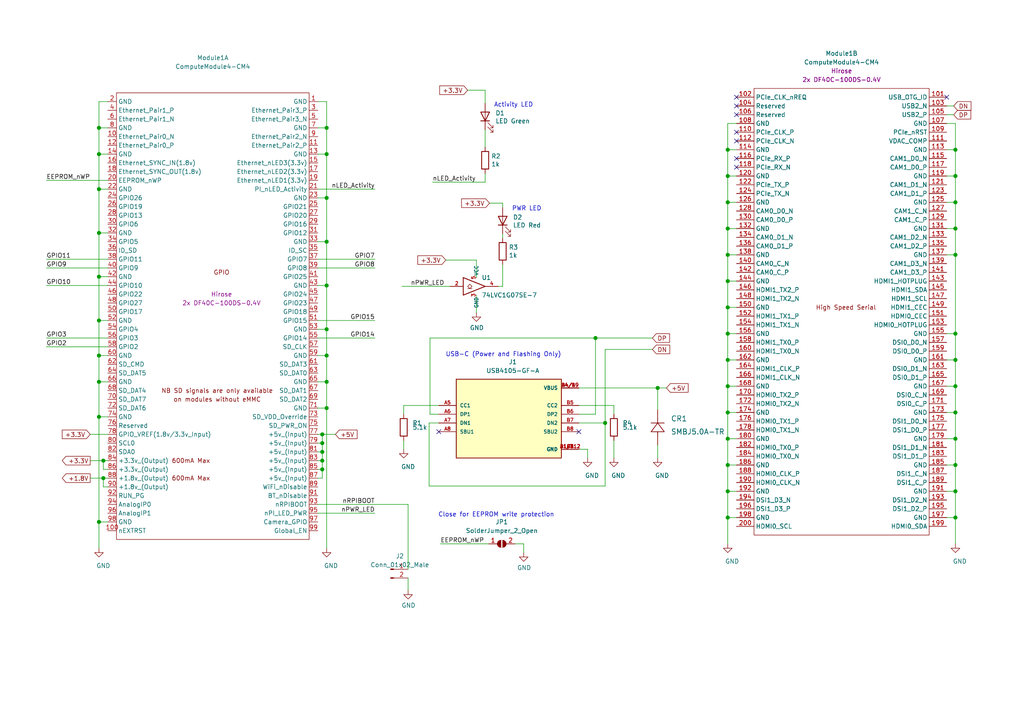
<source format=kicad_sch>
(kicad_sch (version 20210406) (generator eeschema)
  (paper "A4")
  (title_block (title "RPi CM4 Less is More+ (LiM+) Carrier Board") (date "2021-06-01") (rev "v01") (comment 2 "License: CC BY-SA 4.0") (comment 3 "Design: thelasthandyman") (comment 4 "Concept: Alexander Rau"))
  (lib_symbols
    (symbol "2020-11-06_22-01-36:SMBJ5.0A-TR" (pin_numbers hide) (pin_names (offset -1.651) hide)
      (property "Reference" "CR" (at 5.08 4.445 0))
      (property "Value" "SMBJ5.0A-TR" (at 5.08 -7.62 0))
      (symbol "SMBJ5.0A-TR_1_1"
        (polyline (pts (xy 2.54 0) (xy 3.4798 0)) (stroke (width 0.2032)))
        (polyline (pts (xy 3.175 0) (xy 3.81 0)) (stroke (width 0.2032)))
        (polyline (pts (xy 3.81 -1.905) (xy 6.35 0)) (stroke (width 0.2032)))
        (polyline (pts (xy 3.81 1.905) (xy 3.81 -1.905)) (stroke (width 0.2032)))
        (polyline (pts (xy 6.35 -1.905) (xy 6.35 1.905)) (stroke (width 0.2032)))
        (polyline (pts (xy 6.35 0) (xy 3.81 1.905)) (stroke (width 0.2032)))
        (polyline (pts (xy 6.35 0) (xy 7.62 0)) (stroke (width 0.2032)))
        (pin unspecified line (at 10.16 0 180) (length 2.54) (name "1") (number "1"))
        (pin unspecified line (at 0 0 0) (length 2.54) (name "2") (number "2"))
      )
    )
    (symbol "CM4IO:74LVC1G07_copy"
      (property "Reference" "U" (at -2.54 3.81 0))
      (property "Value" "74LVC1G07_copy" (at 0 -3.81 0))
      (symbol "74LVC1G07_copy_0_1"
        (polyline (pts (xy -2.54 -0.635) (xy -1.27 -0.635)))
        (polyline (pts (xy -3.81 2.54) (xy -3.81 -2.54) (xy 2.54 0) (xy -3.81 2.54)) (stroke (width 0.254)))
        (polyline (pts (xy -1.905 0.635) (xy -2.54 0) (xy -1.905 -0.635) (xy -1.27 0) (xy -1.905 0.635)))
      )
      (symbol "74LVC1G07_copy_1_1"
        (pin input line (at -7.62 0 0) (length 3.81) (name "~") (number "2"))
        (pin power_in line (at 0 -2.54 270) (length 0) (name "GND") (number "3"))
        (pin open_collector line (at 6.35 0 180) (length 3.81) (name "~") (number "4"))
        (pin power_in line (at 0 2.54 90) (length 0) (name "VCC") (number "5"))
      )
    )
    (symbol "CM4IO:ComputeModule4-CM4"
      (property "Reference" "Module" (at 113.03 -68.58 0))
      (property "Value" "ComputeModule4-CM4" (at 140.97 2.54 0))
      (property "Manufacturer" "Hirose" (at 0 0 0))
      (property "MPN" "2x DF40C-100DS-0.4V" (at 0 -2.54 0))
      (property "MPN (Alt)" "2x DF40HC(3.0)-100DS-0.4V" (at 0 0 0))
      (symbol "ComputeModule4-CM4_1_0"
        (text "GPIO" (at 0 6.35 0) (effects (font (size 1.27 1.27))))
      )
      (symbol "ComputeModule4-CM4_1_1"
        (text "600mA Max" (at -8.89 -53.34 0) (effects (font (size 1.27 1.27))))
        (text "600mA Max" (at -8.89 -48.26 0) (effects (font (size 1.27 1.27))))
        (text "NB SD signals are only available" (at -1.27 -27.94 0) (effects (font (size 1.27 1.27))))
        (text "on modules without eMMC" (at -1.27 -30.48 0) (effects (font (size 1.27 1.27))))
        (rectangle (start -30.48 -71.12) (end 25.4 58.42))
        (pin power_in line (at 27.94 55.88 180) (length 2.54) (name "GND") (number "1"))
        (pin passive line (at -33.02 45.72 0) (length 2.54) (name "Ethernet_Pair0_N") (number "10"))
        (pin output line (at -33.02 -68.58 0) (length 2.54) (name "nEXTRST") (number "100"))
        (pin passive line (at 27.94 43.18 180) (length 2.54) (name "Ethernet_Pair2_P") (number "11"))
        (pin passive line (at -33.02 43.18 0) (length 2.54) (name "Ethernet_Pair0_P") (number "12"))
        (pin power_in line (at 27.94 40.64 180) (length 2.54) (name "GND") (number "13"))
        (pin power_in line (at -33.02 40.64 0) (length 2.54) (name "GND") (number "14"))
        (pin output line (at 27.94 38.1 180) (length 2.54) (name "Ethernet_nLED3(3.3v)") (number "15"))
        (pin input line (at -33.02 38.1 0) (length 2.54) (name "Ethernet_SYNC_IN(1.8v)") (number "16"))
        (pin output line (at 27.94 35.56 180) (length 2.54) (name "Ethernet_nLED2(3.3v)") (number "17"))
        (pin input line (at -33.02 35.56 0) (length 2.54) (name "Ethernet_SYNC_OUT(1.8v)") (number "18"))
        (pin output line (at 27.94 33.02 180) (length 2.54) (name "Ethernet_nLED1(3.3v)") (number "19"))
        (pin power_in line (at -33.02 55.88 0) (length 2.54) (name "GND") (number "2"))
        (pin passive line (at -33.02 33.02 0) (length 2.54) (name "EEPROM_nWP") (number "20"))
        (pin open_collector line (at 27.94 30.48 180) (length 2.54) (name "PI_nLED_Activity") (number "21"))
        (pin power_in line (at -33.02 30.48 0) (length 2.54) (name "GND") (number "22"))
        (pin power_in line (at 27.94 27.94 180) (length 2.54) (name "GND") (number "23"))
        (pin passive line (at -33.02 27.94 0) (length 2.54) (name "GPIO26") (number "24"))
        (pin passive line (at 27.94 25.4 180) (length 2.54) (name "GPIO21") (number "25"))
        (pin passive line (at -33.02 25.4 0) (length 2.54) (name "GPIO19") (number "26"))
        (pin passive line (at 27.94 22.86 180) (length 2.54) (name "GPIO20") (number "27"))
        (pin passive line (at -33.02 22.86 0) (length 2.54) (name "GPIO13") (number "28"))
        (pin passive line (at 27.94 20.32 180) (length 2.54) (name "GPIO16") (number "29"))
        (pin passive line (at 27.94 53.34 180) (length 2.54) (name "Ethernet_Pair3_P") (number "3"))
        (pin passive line (at -33.02 20.32 0) (length 2.54) (name "GPIO6") (number "30"))
        (pin passive line (at 27.94 17.78 180) (length 2.54) (name "GPIO12") (number "31"))
        (pin power_in line (at -33.02 17.78 0) (length 2.54) (name "GND") (number "32"))
        (pin power_in line (at 27.94 15.24 180) (length 2.54) (name "GND") (number "33"))
        (pin passive line (at -33.02 15.24 0) (length 2.54) (name "GPIO5") (number "34"))
        (pin passive line (at 27.94 12.7 180) (length 2.54) (name "ID_SC") (number "35"))
        (pin passive line (at -33.02 12.7 0) (length 2.54) (name "ID_SD") (number "36"))
        (pin passive line (at 27.94 10.16 180) (length 2.54) (name "GPIO7") (number "37"))
        (pin passive line (at -33.02 10.16 0) (length 2.54) (name "GPIO11") (number "38"))
        (pin passive line (at 27.94 7.62 180) (length 2.54) (name "GPIO8") (number "39"))
        (pin passive line (at -33.02 53.34 0) (length 2.54) (name "Ethernet_Pair1_P") (number "4"))
        (pin passive line (at -33.02 7.62 0) (length 2.54) (name "GPIO9") (number "40"))
        (pin passive line (at 27.94 5.08 180) (length 2.54) (name "GPIO25") (number "41"))
        (pin power_in line (at -33.02 5.08 0) (length 2.54) (name "GND") (number "42"))
        (pin power_in line (at 27.94 2.54 180) (length 2.54) (name "GND") (number "43"))
        (pin passive line (at -33.02 2.54 0) (length 2.54) (name "GPIO10") (number "44"))
        (pin passive line (at 27.94 0 180) (length 2.54) (name "GPIO24") (number "45"))
        (pin passive line (at -33.02 0 0) (length 2.54) (name "GPIO22") (number "46"))
        (pin passive line (at 27.94 -2.54 180) (length 2.54) (name "GPIO23") (number "47"))
        (pin passive line (at -33.02 -2.54 0) (length 2.54) (name "GPIO27") (number "48"))
        (pin passive line (at 27.94 -5.08 180) (length 2.54) (name "GPIO18") (number "49"))
        (pin passive line (at 27.94 50.8 180) (length 2.54) (name "Ethernet_Pair3_N") (number "5"))
        (pin passive line (at -33.02 -5.08 0) (length 2.54) (name "GPIO17") (number "50"))
        (pin passive line (at 27.94 -7.62 180) (length 2.54) (name "GPIO15") (number "51"))
        (pin power_in line (at -33.02 -7.62 0) (length 2.54) (name "GND") (number "52"))
        (pin power_in line (at 27.94 -10.16 180) (length 2.54) (name "GND") (number "53"))
        (pin passive line (at -33.02 -10.16 0) (length 2.54) (name "GPIO4") (number "54"))
        (pin passive line (at 27.94 -12.7 180) (length 2.54) (name "GPIO14") (number "55"))
        (pin passive line (at -33.02 -12.7 0) (length 2.54) (name "GPIO3") (number "56"))
        (pin passive line (at 27.94 -15.24 180) (length 2.54) (name "SD_CLK") (number "57"))
        (pin passive line (at -33.02 -15.24 0) (length 2.54) (name "GPIO2") (number "58"))
        (pin power_in line (at 27.94 -17.78 180) (length 2.54) (name "GND") (number "59"))
        (pin passive line (at -33.02 50.8 0) (length 2.54) (name "Ethernet_Pair1_N") (number "6"))
        (pin power_in line (at -33.02 -17.78 0) (length 2.54) (name "GND") (number "60"))
        (pin passive line (at 27.94 -20.32 180) (length 2.54) (name "SD_DAT3") (number "61"))
        (pin passive line (at -33.02 -20.32 0) (length 2.54) (name "SD_CMD") (number "62"))
        (pin passive line (at 27.94 -22.86 180) (length 2.54) (name "SD_DAT0") (number "63"))
        (pin passive line (at -33.02 -22.86 0) (length 2.54) (name "SD_DAT5") (number "64"))
        (pin power_in line (at 27.94 -25.4 180) (length 2.54) (name "GND") (number "65"))
        (pin power_in line (at -33.02 -25.4 0) (length 2.54) (name "GND") (number "66"))
        (pin passive line (at 27.94 -27.94 180) (length 2.54) (name "SD_DAT1") (number "67"))
        (pin passive line (at -33.02 -27.94 0) (length 2.54) (name "SD_DAT4") (number "68"))
        (pin passive line (at 27.94 -30.48 180) (length 2.54) (name "SD_DAT2") (number "69"))
        (pin power_in line (at 27.94 48.26 180) (length 2.54) (name "GND") (number "7"))
        (pin passive line (at -33.02 -30.48 0) (length 2.54) (name "SD_DAT7") (number "70"))
        (pin power_in line (at 27.94 -33.02 180) (length 2.54) (name "GND") (number "71"))
        (pin passive line (at -33.02 -33.02 0) (length 2.54) (name "SD_DAT6") (number "72"))
        (pin input line (at 27.94 -35.56 180) (length 2.54) (name "SD_VDD_Override") (number "73"))
        (pin power_in line (at -33.02 -35.56 0) (length 2.54) (name "GND") (number "74"))
        (pin output line (at 27.94 -38.1 180) (length 2.54) (name "SD_PWR_ON") (number "75"))
        (pin passive line (at -33.02 -38.1 0) (length 2.54) (name "Reserved") (number "76"))
        (pin power_in line (at 27.94 -40.64 180) (length 2.54) (name "+5v_(Input)") (number "77"))
        (pin power_in line (at -33.02 -40.64 0) (length 2.54) (name "GPIO_VREF(1.8v/3.3v_Input)") (number "78"))
        (pin power_in line (at 27.94 -43.18 180) (length 2.54) (name "+5v_(Input)") (number "79"))
        (pin power_in line (at -33.02 48.26 0) (length 2.54) (name "GND") (number "8"))
        (pin passive line (at -33.02 -43.18 0) (length 2.54) (name "SCL0") (number "80"))
        (pin power_in line (at 27.94 -45.72 180) (length 2.54) (name "+5v_(Input)") (number "81"))
        (pin passive line (at -33.02 -45.72 0) (length 2.54) (name "SDA0") (number "82"))
        (pin power_in line (at 27.94 -48.26 180) (length 2.54) (name "+5v_(Input)") (number "83"))
        (pin power_out line (at -33.02 -48.26 0) (length 2.54) (name "+3.3v_(Output)") (number "84"))
        (pin power_in line (at 27.94 -50.8 180) (length 2.54) (name "+5v_(Input)") (number "85"))
        (pin power_out line (at -33.02 -50.8 0) (length 2.54) (name "+3.3v_(Output)") (number "86"))
        (pin power_in line (at 27.94 -53.34 180) (length 2.54) (name "+5v_(Input)") (number "87"))
        (pin power_out line (at -33.02 -53.34 0) (length 2.54) (name "+1.8v_(Output)") (number "88"))
        (pin power_in line (at 27.94 -55.88 180) (length 2.54) (name "WiFi_nDisable") (number "89"))
        (pin passive line (at 27.94 45.72 180) (length 2.54) (name "Ethernet_Pair2_N") (number "9"))
        (pin power_out line (at -33.02 -55.88 0) (length 2.54) (name "+1.8v_(Output)") (number "90"))
        (pin power_in line (at 27.94 -58.42 180) (length 2.54) (name "BT_nDisable") (number "91"))
        (pin passive line (at -33.02 -58.42 0) (length 2.54) (name "RUN_PG") (number "92"))
        (pin input line (at 27.94 -60.96 180) (length 2.54) (name "nRPIBOOT") (number "93"))
        (pin passive line (at -33.02 -60.96 0) (length 2.54) (name "AnalogIP0") (number "94"))
        (pin output line (at 27.94 -63.5 180) (length 2.54) (name "nPI_LED_PWR") (number "95"))
        (pin passive line (at -33.02 -63.5 0) (length 2.54) (name "AnalogIP1") (number "96"))
        (pin passive line (at 27.94 -66.04 180) (length 2.54) (name "Camera_GPIO") (number "97"))
        (pin power_in line (at -33.02 -66.04 0) (length 2.54) (name "GND") (number "98"))
        (pin input line (at 27.94 -68.58 180) (length 2.54) (name "Global_EN") (number "99"))
      )
      (symbol "ComputeModule4-CM4_2_1"
        (text "High Speed Serial" (at 140.97 0 0) (effects (font (size 1.27 1.27))))
        (rectangle (start 114.3 -66.04) (end 165.1 63.5))
        (pin input line (at 170.18 60.96 180) (length 5.08) (name "USB_OTG_ID") (number "101"))
        (pin input line (at 109.22 60.96 0) (length 5.08) (name "PCIe_CLK_nREQ") (number "102"))
        (pin passive line (at 170.18 58.42 180) (length 5.08) (name "USB2_N") (number "103"))
        (pin passive line (at 109.22 58.42 0) (length 5.08) (name "Reserved") (number "104"))
        (pin passive line (at 170.18 55.88 180) (length 5.08) (name "USB2_P") (number "105"))
        (pin passive line (at 109.22 55.88 0) (length 5.08) (name "Reserved") (number "106"))
        (pin power_in line (at 170.18 53.34 180) (length 5.08) (name "GND") (number "107"))
        (pin power_in line (at 109.22 53.34 0) (length 5.08) (name "GND") (number "108"))
        (pin bidirectional line (at 170.18 50.8 180) (length 5.08) (name "PCIe_nRST") (number "109"))
        (pin output line (at 109.22 50.8 0) (length 5.08) (name "PCIe_CLK_P") (number "110"))
        (pin passive line (at 170.18 48.26 180) (length 5.08) (name "VDAC_COMP") (number "111"))
        (pin output line (at 109.22 48.26 0) (length 5.08) (name "PCIe_CLK_N") (number "112"))
        (pin power_in line (at 170.18 45.72 180) (length 5.08) (name "GND") (number "113"))
        (pin power_in line (at 109.22 45.72 0) (length 5.08) (name "GND") (number "114"))
        (pin input line (at 170.18 43.18 180) (length 5.08) (name "CAM1_D0_N") (number "115"))
        (pin input line (at 109.22 43.18 0) (length 5.08) (name "PCIe_RX_P") (number "116"))
        (pin input line (at 170.18 40.64 180) (length 5.08) (name "CAM1_D0_P") (number "117"))
        (pin input line (at 109.22 40.64 0) (length 5.08) (name "PCIe_RX_N") (number "118"))
        (pin power_in line (at 170.18 38.1 180) (length 5.08) (name "GND") (number "119"))
        (pin power_in line (at 109.22 38.1 0) (length 5.08) (name "GND") (number "120"))
        (pin input line (at 170.18 35.56 180) (length 5.08) (name "CAM1_D1_N") (number "121"))
        (pin output line (at 109.22 35.56 0) (length 5.08) (name "PCIe_TX_P") (number "122"))
        (pin input line (at 170.18 33.02 180) (length 5.08) (name "CAM1_D1_P") (number "123"))
        (pin output line (at 109.22 33.02 0) (length 5.08) (name "PCIe_TX_N") (number "124"))
        (pin power_in line (at 170.18 30.48 180) (length 5.08) (name "GND") (number "125"))
        (pin power_in line (at 109.22 30.48 0) (length 5.08) (name "GND") (number "126"))
        (pin input line (at 170.18 27.94 180) (length 5.08) (name "CAM1_C_N") (number "127"))
        (pin input line (at 109.22 27.94 0) (length 5.08) (name "CAM0_D0_N") (number "128"))
        (pin input line (at 170.18 25.4 180) (length 5.08) (name "CAM1_C_P") (number "129"))
        (pin input line (at 109.22 25.4 0) (length 5.08) (name "CAM0_D0_P") (number "130"))
        (pin power_in line (at 170.18 22.86 180) (length 5.08) (name "GND") (number "131"))
        (pin power_in line (at 109.22 22.86 0) (length 5.08) (name "GND") (number "132"))
        (pin input line (at 170.18 20.32 180) (length 5.08) (name "CAM1_D2_N") (number "133"))
        (pin input line (at 109.22 20.32 0) (length 5.08) (name "CAM0_D1_N") (number "134"))
        (pin input line (at 170.18 17.78 180) (length 5.08) (name "CAM1_D2_P") (number "135"))
        (pin input line (at 109.22 17.78 0) (length 5.08) (name "CAM0_D1_P") (number "136"))
        (pin power_in line (at 170.18 15.24 180) (length 5.08) (name "GND") (number "137"))
        (pin power_in line (at 109.22 15.24 0) (length 5.08) (name "GND") (number "138"))
        (pin input line (at 170.18 12.7 180) (length 5.08) (name "CAM1_D3_N") (number "139"))
        (pin input line (at 109.22 12.7 0) (length 5.08) (name "CAM0_C_N") (number "140"))
        (pin input line (at 170.18 10.16 180) (length 5.08) (name "CAM1_D3_P") (number "141"))
        (pin input line (at 109.22 10.16 0) (length 5.08) (name "CAM0_C_P") (number "142"))
        (pin input line (at 170.18 7.62 180) (length 5.08) (name "HDMI1_HOTPLUG") (number "143"))
        (pin power_in line (at 109.22 7.62 0) (length 5.08) (name "GND") (number "144"))
        (pin bidirectional line (at 170.18 5.08 180) (length 5.08) (name "HDMI1_SDA") (number "145"))
        (pin output line (at 109.22 5.08 0) (length 5.08) (name "HDMI1_TX2_P") (number "146"))
        (pin open_collector line (at 170.18 2.54 180) (length 5.08) (name "HDMI1_SCL") (number "147"))
        (pin output line (at 109.22 2.54 0) (length 5.08) (name "HDMI1_TX2_N") (number "148"))
        (pin open_collector line (at 170.18 0 180) (length 5.08) (name "HDMI1_CEC") (number "149"))
        (pin power_in line (at 109.22 0 0) (length 5.08) (name "GND") (number "150"))
        (pin open_collector line (at 170.18 -2.54 180) (length 5.08) (name "HDMI0_CEC") (number "151"))
        (pin output line (at 109.22 -2.54 0) (length 5.08) (name "HDMI1_TX1_P") (number "152"))
        (pin input line (at 170.18 -5.08 180) (length 5.08) (name "HDMI0_HOTPLUG") (number "153"))
        (pin output line (at 109.22 -5.08 0) (length 5.08) (name "HDMI1_TX1_N") (number "154"))
        (pin power_in line (at 170.18 -7.62 180) (length 5.08) (name "GND") (number "155"))
        (pin power_in line (at 109.22 -7.62 0) (length 5.08) (name "GND") (number "156"))
        (pin output line (at 170.18 -10.16 180) (length 5.08) (name "DSI0_D0_N") (number "157"))
        (pin output line (at 109.22 -10.16 0) (length 5.08) (name "HDMI1_TX0_P") (number "158"))
        (pin output line (at 170.18 -12.7 180) (length 5.08) (name "DSI0_D0_P") (number "159"))
        (pin output line (at 109.22 -12.7 0) (length 5.08) (name "HDMI1_TX0_N") (number "160"))
        (pin power_in line (at 170.18 -15.24 180) (length 5.08) (name "GND") (number "161"))
        (pin power_in line (at 109.22 -15.24 0) (length 5.08) (name "GND") (number "162"))
        (pin output line (at 170.18 -17.78 180) (length 5.08) (name "DSI0_D1_N") (number "163"))
        (pin output line (at 109.22 -17.78 0) (length 5.08) (name "HDMI1_CLK_P") (number "164"))
        (pin output line (at 170.18 -20.32 180) (length 5.08) (name "DSI0_D1_P") (number "165"))
        (pin output line (at 109.22 -20.32 0) (length 5.08) (name "HDMI1_CLK_N") (number "166"))
        (pin power_in line (at 170.18 -22.86 180) (length 5.08) (name "GND") (number "167"))
        (pin power_in line (at 109.22 -22.86 0) (length 5.08) (name "GND") (number "168"))
        (pin output line (at 170.18 -25.4 180) (length 5.08) (name "DSI0_C_N") (number "169"))
        (pin output line (at 109.22 -25.4 0) (length 5.08) (name "HDMI0_TX2_P") (number "170"))
        (pin output line (at 170.18 -27.94 180) (length 5.08) (name "DSI0_C_P") (number "171"))
        (pin output line (at 109.22 -27.94 0) (length 5.08) (name "HDMI0_TX2_N") (number "172"))
        (pin power_in line (at 170.18 -30.48 180) (length 5.08) (name "GND") (number "173"))
        (pin power_in line (at 109.22 -30.48 0) (length 5.08) (name "GND") (number "174"))
        (pin output line (at 170.18 -33.02 180) (length 5.08) (name "DSI1_D0_N") (number "175"))
        (pin output line (at 109.22 -33.02 0) (length 5.08) (name "HDMI0_TX1_P") (number "176"))
        (pin output line (at 170.18 -35.56 180) (length 5.08) (name "DSI1_D0_P") (number "177"))
        (pin output line (at 109.22 -35.56 0) (length 5.08) (name "HDMI0_TX1_N") (number "178"))
        (pin power_in line (at 170.18 -38.1 180) (length 5.08) (name "GND") (number "179"))
        (pin power_in line (at 109.22 -38.1 0) (length 5.08) (name "GND") (number "180"))
        (pin output line (at 170.18 -40.64 180) (length 5.08) (name "DSI1_D1_N") (number "181"))
        (pin output line (at 109.22 -40.64 0) (length 5.08) (name "HDMI0_TX0_P") (number "182"))
        (pin output line (at 170.18 -43.18 180) (length 5.08) (name "DSI1_D1_P") (number "183"))
        (pin output line (at 109.22 -43.18 0) (length 5.08) (name "HDMI0_TX0_N") (number "184"))
        (pin power_in line (at 170.18 -45.72 180) (length 5.08) (name "GND") (number "185"))
        (pin power_in line (at 109.22 -45.72 0) (length 5.08) (name "GND") (number "186"))
        (pin output line (at 170.18 -48.26 180) (length 5.08) (name "DSI1_C_N") (number "187"))
        (pin output line (at 109.22 -48.26 0) (length 5.08) (name "HDMI0_CLK_P") (number "188"))
        (pin output line (at 170.18 -50.8 180) (length 5.08) (name "DSI1_C_P") (number "189"))
        (pin output line (at 109.22 -50.8 0) (length 5.08) (name "HDMI0_CLK_N") (number "190"))
        (pin power_in line (at 170.18 -53.34 180) (length 5.08) (name "GND") (number "191"))
        (pin power_in line (at 109.22 -53.34 0) (length 5.08) (name "GND") (number "192"))
        (pin output line (at 170.18 -55.88 180) (length 5.08) (name "DSI1_D2_N") (number "193"))
        (pin output line (at 109.22 -55.88 0) (length 5.08) (name "DSI1_D3_N") (number "194"))
        (pin output line (at 170.18 -58.42 180) (length 5.08) (name "DSI1_D2_P") (number "195"))
        (pin output line (at 109.22 -58.42 0) (length 5.08) (name "DSI1_D3_P") (number "196"))
        (pin power_in line (at 170.18 -60.96 180) (length 5.08) (name "GND") (number "197"))
        (pin power_in line (at 109.22 -60.96 0) (length 5.08) (name "GND") (number "198"))
        (pin bidirectional line (at 170.18 -63.5 180) (length 5.08) (name "HDMI0_SDA") (number "199"))
        (pin open_collector line (at 109.22 -63.5 0) (length 5.08) (name "HDMI0_SCL") (number "200"))
      )
    )
    (symbol "Connector:Conn_01x02_Male" (pin_names (offset 1.016) hide)
      (property "Reference" "J" (at 0 2.54 0))
      (property "Value" "Conn_01x02_Male" (at 0 -5.08 0))
      (symbol "Conn_01x02_Male_1_1"
        (rectangle (start 0.8636 -2.413) (end 0 -2.667) (stroke (width 0.1524)) (fill (type outline)))
        (rectangle (start 0.8636 0.127) (end 0 -0.127) (stroke (width 0.1524)) (fill (type outline)))
        (polyline (pts (xy 1.27 -2.54) (xy 0.8636 -2.54)) (stroke (width 0.1524)))
        (polyline (pts (xy 1.27 0) (xy 0.8636 0)) (stroke (width 0.1524)))
        (pin passive line (at 5.08 0 180) (length 3.81) (name "Pin_1") (number "1"))
        (pin passive line (at 5.08 -2.54 180) (length 3.81) (name "Pin_2") (number "2"))
      )
    )
    (symbol "Device:LED" (pin_numbers hide) (pin_names (offset 1.016) hide)
      (property "Reference" "D" (at 0 2.54 0))
      (property "Value" "LED" (at 0 -2.54 0))
      (symbol "LED_0_1"
        (polyline (pts (xy -1.27 -1.27) (xy -1.27 1.27)) (stroke (width 0.254)))
        (polyline (pts (xy -1.27 0) (xy 1.27 0)))
        (polyline (pts (xy 1.27 -1.27) (xy 1.27 1.27) (xy -1.27 0) (xy 1.27 -1.27)) (stroke (width 0.254)))
        (polyline (pts (xy -3.048 -0.762) (xy -4.572 -2.286) (xy -3.81 -2.286) (xy -4.572 -2.286) (xy -4.572 -1.524)))
        (polyline (pts (xy -1.778 -0.762) (xy -3.302 -2.286) (xy -2.54 -2.286) (xy -3.302 -2.286) (xy -3.302 -1.524)))
      )
      (symbol "LED_1_1"
        (pin passive line (at -3.81 0 0) (length 2.54) (name "K") (number "1"))
        (pin passive line (at 3.81 0 180) (length 2.54) (name "A") (number "2"))
      )
    )
    (symbol "Device:R" (pin_numbers hide) (pin_names (offset 0))
      (property "Reference" "R" (at 2.032 0 90))
      (property "Value" "R" (at 0 0 90))
      (symbol "R_0_1"
        (rectangle (start -1.016 -2.54) (end 1.016 2.54) (stroke (width 0.254)))
      )
      (symbol "R_1_1"
        (pin passive line (at 0 3.81 270) (length 1.27) (name "~") (number "1"))
        (pin passive line (at 0 -3.81 90) (length 1.27) (name "~") (number "2"))
      )
    )
    (symbol "Jumper:SolderJumper_2_Open" (pin_names (offset 0) hide)
      (property "Reference" "JP" (at 0 2.032 0))
      (property "Value" "SolderJumper_2_Open" (at 0 -2.54 0))
      (symbol "SolderJumper_2_Open_0_1"
        (arc (start -0.254 1.016) (end -0.254 -1.016) (radius (at -0.254 0) (length 1.016) (angles 90.1 -90.1)))
        (arc (start 0.254 -1.016) (end 0.254 1.016) (radius (at 0.254 0) (length 1.016) (angles -89.9 89.9)))
        (arc (start -0.254 1.016) (end -0.254 -1.016) (radius (at -0.254 0) (length 1.016) (angles 90.1 -90.1)) (fill (type outline)))
        (arc (start 0.254 -1.016) (end 0.254 1.016) (radius (at 0.254 0) (length 1.016) (angles -89.9 89.9)) (fill (type outline)))
        (polyline (pts (xy -0.254 1.016) (xy -0.254 -1.016)))
        (polyline (pts (xy 0.254 1.016) (xy 0.254 -1.016)))
      )
      (symbol "SolderJumper_2_Open_1_1"
        (pin passive line (at -3.81 0 0) (length 2.54) (name "A") (number "1"))
        (pin passive line (at 3.81 0 180) (length 2.54) (name "B") (number "2"))
      )
    )
    (symbol "USB4105-GF-A:USB4105-GF-A" (pin_names (offset 1.016))
      (property "Reference" "J" (at -15.24 13.97 0))
      (property "Value" "USB4105-GF-A" (at -15.24 -12.7 0))
      (symbol "USB4105-GF-A_0_0"
        (rectangle (start -15.24 -10.16) (end 15.24 12.7) (stroke (width 0.254)) (fill (type background)))
        (pin power_in line (at 20.32 -7.62 180) (length 5.08) (name "GND") (number "A1/B12"))
        (pin power_in line (at 20.32 10.16 180) (length 5.08) (name "VBUS") (number "A4/B9"))
        (pin bidirectional line (at -20.32 5.08 0) (length 5.08) (name "CC1") (number "A5"))
        (pin bidirectional line (at -20.32 2.54 0) (length 5.08) (name "DP1") (number "A6"))
        (pin bidirectional line (at -20.32 0 0) (length 5.08) (name "DN1") (number "A7"))
        (pin bidirectional line (at -20.32 -2.54 0) (length 5.08) (name "SBU1") (number "A8"))
        (pin power_in line (at 20.32 -7.62 180) (length 5.08) (name "GND") (number "B1/A12"))
        (pin power_in line (at 20.32 10.16 180) (length 5.08) (name "VBUS") (number "B4/A9"))
        (pin bidirectional line (at 20.32 5.08 180) (length 5.08) (name "CC2") (number "B5"))
        (pin bidirectional line (at 20.32 2.54 180) (length 5.08) (name "DP2") (number "B6"))
        (pin bidirectional line (at 20.32 0 180) (length 5.08) (name "DN2") (number "B7"))
        (pin bidirectional line (at 20.32 -2.54 180) (length 5.08) (name "SBU2") (number "B8"))
        (pin power_in line (at 20.32 -7.62 180) (length 5.08) (name "GND") (number "G1"))
        (pin power_in line (at 20.32 -7.62 180) (length 5.08) (name "GND") (number "G2"))
        (pin power_in line (at 20.32 -7.62 180) (length 5.08) (name "GND") (number "G3"))
        (pin power_in line (at 20.32 -7.62 180) (length 5.08) (name "GND") (number "G4"))
      )
    )
    (symbol "power:GND" (power) (pin_names (offset 0))
      (property "Value" "GND" (at 0 -3.81 0))
      (symbol "GND_0_1"
        (polyline (pts (xy 0 0) (xy 0 -1.27) (xy 1.27 -1.27) (xy 0 -2.54) (xy -1.27 -1.27) (xy 0 -1.27)))
      )
      (symbol "GND_1_1"
        (pin power_in line (at 0 0 270) (length 0) hide (name "GND") (number "1"))
      )
    )
  )
  (junction (at 28.702 37.084) (diameter 1.016))
  (junction (at 28.702 44.704) (diameter 1.016))
  (junction (at 28.702 54.864) (diameter 1.016))
  (junction (at 28.702 67.564) (diameter 1.016))
  (junction (at 28.702 80.264) (diameter 1.016))
  (junction (at 28.702 92.964) (diameter 1.016))
  (junction (at 28.702 103.124) (diameter 1.016))
  (junction (at 28.702 110.744) (diameter 1.016))
  (junction (at 28.702 120.904) (diameter 1.016))
  (junction (at 28.702 151.384) (diameter 1.016))
  (junction (at 29.972 133.604) (diameter 1.016))
  (junction (at 29.972 138.684) (diameter 1.016))
  (junction (at 93.472 125.984) (diameter 1.016))
  (junction (at 93.472 128.524) (diameter 1.016))
  (junction (at 93.472 131.064) (diameter 1.016))
  (junction (at 93.472 133.604) (diameter 1.016))
  (junction (at 93.472 136.144) (diameter 1.016))
  (junction (at 94.742 37.084) (diameter 1.016))
  (junction (at 94.742 44.704) (diameter 1.016))
  (junction (at 94.742 57.404) (diameter 1.016))
  (junction (at 94.742 70.104) (diameter 1.016))
  (junction (at 94.742 82.804) (diameter 1.016))
  (junction (at 94.742 95.504) (diameter 1.016))
  (junction (at 94.742 103.124) (diameter 1.016))
  (junction (at 94.742 110.744) (diameter 1.016))
  (junction (at 94.742 118.364) (diameter 1.016))
  (junction (at 172.72 98.044) (diameter 1.016))
  (junction (at 175.514 122.682) (diameter 1.016))
  (junction (at 190.754 112.522) (diameter 1.016))
  (junction (at 211.074 43.434) (diameter 1.016))
  (junction (at 211.074 51.054) (diameter 1.016))
  (junction (at 211.074 58.674) (diameter 1.016))
  (junction (at 211.074 66.294) (diameter 1.016))
  (junction (at 211.074 73.914) (diameter 1.016))
  (junction (at 211.074 81.534) (diameter 1.016))
  (junction (at 211.074 89.154) (diameter 1.016))
  (junction (at 211.074 96.774) (diameter 1.016))
  (junction (at 211.074 104.394) (diameter 1.016))
  (junction (at 211.074 112.014) (diameter 1.016))
  (junction (at 211.074 119.634) (diameter 1.016))
  (junction (at 211.074 127.254) (diameter 1.016))
  (junction (at 211.074 134.874) (diameter 1.016))
  (junction (at 211.074 142.494) (diameter 1.016))
  (junction (at 211.074 150.114) (diameter 1.016))
  (junction (at 277.114 43.434) (diameter 1.016))
  (junction (at 277.114 51.054) (diameter 1.016))
  (junction (at 277.114 58.674) (diameter 1.016))
  (junction (at 277.114 66.294) (diameter 1.016))
  (junction (at 277.114 73.914) (diameter 1.016))
  (junction (at 277.114 96.774) (diameter 1.016))
  (junction (at 277.114 104.394) (diameter 1.016))
  (junction (at 277.114 112.014) (diameter 1.016))
  (junction (at 277.114 119.634) (diameter 1.016))
  (junction (at 277.114 127.254) (diameter 1.016))
  (junction (at 277.114 134.874) (diameter 1.016))
  (junction (at 277.114 142.494) (diameter 1.016))
  (junction (at 277.114 150.114) (diameter 1.016))
  (no_connect (at 127.254 125.222))
  (no_connect (at 167.894 125.222))
  (no_connect (at 213.614 28.194))
  (no_connect (at 213.614 30.734))
  (no_connect (at 213.614 33.274))
  (no_connect (at 213.614 38.354))
  (no_connect (at 213.614 40.894))
  (no_connect (at 213.614 45.974))
  (no_connect (at 213.614 48.514))
  (no_connect (at 274.574 28.194))
  (wire (pts (xy 13.462 52.324) (xy 31.242 52.324)))
  (wire (pts (xy 13.462 75.184) (xy 31.242 75.184)))
  (wire (pts (xy 13.462 77.724) (xy 31.242 77.724)))
  (wire (pts (xy 13.462 82.804) (xy 31.242 82.804)))
  (wire (pts (xy 13.462 98.044) (xy 31.242 98.044)))
  (wire (pts (xy 13.462 100.584) (xy 31.242 100.584)))
  (wire (pts (xy 26.162 125.984) (xy 31.242 125.984)))
  (wire (pts (xy 26.162 133.604) (xy 29.972 133.604)))
  (wire (pts (xy 26.162 138.684) (xy 29.972 138.684)))
  (wire (pts (xy 28.702 29.464) (xy 28.702 37.084)))
  (wire (pts (xy 28.702 37.084) (xy 28.702 44.704)))
  (wire (pts (xy 28.702 37.084) (xy 31.242 37.084)))
  (wire (pts (xy 28.702 44.704) (xy 28.702 54.864)))
  (wire (pts (xy 28.702 44.704) (xy 31.242 44.704)))
  (wire (pts (xy 28.702 54.864) (xy 28.702 67.564)))
  (wire (pts (xy 28.702 54.864) (xy 31.242 54.864)))
  (wire (pts (xy 28.702 67.564) (xy 28.702 80.264)))
  (wire (pts (xy 28.702 67.564) (xy 31.242 67.564)))
  (wire (pts (xy 28.702 80.264) (xy 28.702 92.964)))
  (wire (pts (xy 28.702 80.264) (xy 31.242 80.264)))
  (wire (pts (xy 28.702 92.964) (xy 28.702 103.124)))
  (wire (pts (xy 28.702 92.964) (xy 31.242 92.964)))
  (wire (pts (xy 28.702 103.124) (xy 28.702 110.744)))
  (wire (pts (xy 28.702 103.124) (xy 31.242 103.124)))
  (wire (pts (xy 28.702 110.744) (xy 28.702 120.904)))
  (wire (pts (xy 28.702 110.744) (xy 31.242 110.744)))
  (wire (pts (xy 28.702 120.904) (xy 28.702 151.384)))
  (wire (pts (xy 28.702 120.904) (xy 31.242 120.904)))
  (wire (pts (xy 28.702 151.384) (xy 28.702 159.004)))
  (wire (pts (xy 28.702 151.384) (xy 31.242 151.384)))
  (wire (pts (xy 29.972 133.604) (xy 31.242 133.604)))
  (wire (pts (xy 29.972 136.144) (xy 29.972 133.604)))
  (wire (pts (xy 29.972 138.684) (xy 31.242 138.684)))
  (wire (pts (xy 29.972 141.224) (xy 29.972 138.684)))
  (wire (pts (xy 31.242 29.464) (xy 28.702 29.464)))
  (wire (pts (xy 31.242 136.144) (xy 29.972 136.144)))
  (wire (pts (xy 31.242 141.224) (xy 29.972 141.224)))
  (wire (pts (xy 92.202 29.464) (xy 94.742 29.464)))
  (wire (pts (xy 92.202 37.084) (xy 94.742 37.084)))
  (wire (pts (xy 92.202 44.704) (xy 94.742 44.704)))
  (wire (pts (xy 92.202 54.864) (xy 108.712 54.864)))
  (wire (pts (xy 92.202 57.404) (xy 94.742 57.404)))
  (wire (pts (xy 92.202 70.104) (xy 94.742 70.104)))
  (wire (pts (xy 92.202 75.184) (xy 108.712 75.184)))
  (wire (pts (xy 92.202 77.724) (xy 108.712 77.724)))
  (wire (pts (xy 92.202 82.804) (xy 94.742 82.804)))
  (wire (pts (xy 92.202 92.964) (xy 108.712 92.964)))
  (wire (pts (xy 92.202 95.504) (xy 94.742 95.504)))
  (wire (pts (xy 92.202 98.044) (xy 108.712 98.044)))
  (wire (pts (xy 92.202 103.124) (xy 94.742 103.124)))
  (wire (pts (xy 92.202 110.744) (xy 94.742 110.744)))
  (wire (pts (xy 92.202 118.364) (xy 94.742 118.364)))
  (wire (pts (xy 92.202 125.984) (xy 93.472 125.984)))
  (wire (pts (xy 92.202 128.524) (xy 93.472 128.524)))
  (wire (pts (xy 92.202 131.064) (xy 93.472 131.064)))
  (wire (pts (xy 92.202 133.604) (xy 93.472 133.604)))
  (wire (pts (xy 92.202 136.144) (xy 93.472 136.144)))
  (wire (pts (xy 92.202 138.684) (xy 93.472 138.684)))
  (wire (pts (xy 92.202 146.304) (xy 118.364 146.304)))
  (wire (pts (xy 92.202 148.844) (xy 108.712 148.844)))
  (wire (pts (xy 93.472 125.984) (xy 97.282 125.984)))
  (wire (pts (xy 93.472 128.524) (xy 93.472 125.984)))
  (wire (pts (xy 93.472 131.064) (xy 93.472 128.524)))
  (wire (pts (xy 93.472 133.604) (xy 93.472 131.064)))
  (wire (pts (xy 93.472 136.144) (xy 93.472 133.604)))
  (wire (pts (xy 93.472 138.684) (xy 93.472 136.144)))
  (wire (pts (xy 94.742 29.464) (xy 94.742 37.084)))
  (wire (pts (xy 94.742 37.084) (xy 94.742 44.704)))
  (wire (pts (xy 94.742 44.704) (xy 94.742 57.404)))
  (wire (pts (xy 94.742 57.404) (xy 94.742 70.104)))
  (wire (pts (xy 94.742 70.104) (xy 94.742 82.804)))
  (wire (pts (xy 94.742 82.804) (xy 94.742 95.504)))
  (wire (pts (xy 94.742 95.504) (xy 94.742 103.124)))
  (wire (pts (xy 94.742 103.124) (xy 94.742 110.744)))
  (wire (pts (xy 94.742 110.744) (xy 94.742 118.364)))
  (wire (pts (xy 94.742 118.364) (xy 94.742 159.004)))
  (wire (pts (xy 116.586 83.058) (xy 130.556 83.058)))
  (wire (pts (xy 117.094 117.602) (xy 117.094 120.142)))
  (wire (pts (xy 117.094 127.762) (xy 117.094 130.302)))
  (wire (pts (xy 118.364 165.1) (xy 118.364 146.304)))
  (wire (pts (xy 118.364 167.64) (xy 118.364 171.196)))
  (wire (pts (xy 124.46 122.682) (xy 127.254 122.682)))
  (wire (pts (xy 124.46 140.97) (xy 124.46 122.682)))
  (wire (pts (xy 124.714 98.044) (xy 172.72 98.044)))
  (wire (pts (xy 124.714 120.142) (xy 124.714 98.044)))
  (wire (pts (xy 125.476 52.832) (xy 140.716 52.832)))
  (wire (pts (xy 127.254 117.602) (xy 117.094 117.602)))
  (wire (pts (xy 127.254 120.142) (xy 124.714 120.142)))
  (wire (pts (xy 127.762 157.734) (xy 141.732 157.734)))
  (wire (pts (xy 135.636 26.162) (xy 140.716 26.162)))
  (wire (pts (xy 138.176 75.438) (xy 129.286 75.438)))
  (wire (pts (xy 138.176 80.518) (xy 138.176 75.438)))
  (wire (pts (xy 138.176 85.598) (xy 138.176 90.678)))
  (wire (pts (xy 140.716 29.972) (xy 140.716 26.162)))
  (wire (pts (xy 140.716 37.592) (xy 140.716 42.672)))
  (wire (pts (xy 140.716 52.832) (xy 140.716 50.292)))
  (wire (pts (xy 145.796 58.928) (xy 141.986 58.928)))
  (wire (pts (xy 145.796 60.198) (xy 145.796 58.928)))
  (wire (pts (xy 145.796 67.818) (xy 145.796 69.088)))
  (wire (pts (xy 145.796 76.708) (xy 145.796 83.058)))
  (wire (pts (xy 145.796 83.058) (xy 144.526 83.058)))
  (wire (pts (xy 149.352 157.734) (xy 151.892 157.734)))
  (wire (pts (xy 151.892 157.734) (xy 151.892 160.274)))
  (wire (pts (xy 167.894 112.522) (xy 190.754 112.522)))
  (wire (pts (xy 167.894 117.602) (xy 178.054 117.602)))
  (wire (pts (xy 167.894 122.682) (xy 175.514 122.682)))
  (wire (pts (xy 167.894 130.302) (xy 170.434 130.302)))
  (wire (pts (xy 170.434 130.302) (xy 170.434 132.842)))
  (wire (pts (xy 172.72 98.044) (xy 172.72 120.142)))
  (wire (pts (xy 172.72 98.044) (xy 189.23 98.044)))
  (wire (pts (xy 172.72 120.142) (xy 167.894 120.142)))
  (wire (pts (xy 175.514 101.346) (xy 189.23 101.346)))
  (wire (pts (xy 175.514 122.682) (xy 175.514 101.346)))
  (wire (pts (xy 175.514 122.682) (xy 175.514 140.97)))
  (wire (pts (xy 175.514 140.97) (xy 124.46 140.97)))
  (wire (pts (xy 178.054 117.602) (xy 178.054 120.142)))
  (wire (pts (xy 178.054 127.762) (xy 178.054 132.842)))
  (wire (pts (xy 190.754 112.522) (xy 190.754 118.872)))
  (wire (pts (xy 190.754 112.522) (xy 193.294 112.522)))
  (wire (pts (xy 190.754 129.032) (xy 190.754 132.842)))
  (wire (pts (xy 211.074 35.814) (xy 211.074 43.434)))
  (wire (pts (xy 211.074 35.814) (xy 213.614 35.814)))
  (wire (pts (xy 211.074 43.434) (xy 211.074 51.054)))
  (wire (pts (xy 211.074 43.434) (xy 213.614 43.434)))
  (wire (pts (xy 211.074 51.054) (xy 211.074 58.674)))
  (wire (pts (xy 211.074 51.054) (xy 213.614 51.054)))
  (wire (pts (xy 211.074 58.674) (xy 211.074 66.294)))
  (wire (pts (xy 211.074 58.674) (xy 213.614 58.674)))
  (wire (pts (xy 211.074 66.294) (xy 211.074 73.914)))
  (wire (pts (xy 211.074 66.294) (xy 213.614 66.294)))
  (wire (pts (xy 211.074 73.914) (xy 211.074 81.534)))
  (wire (pts (xy 211.074 73.914) (xy 213.614 73.914)))
  (wire (pts (xy 211.074 81.534) (xy 211.074 89.154)))
  (wire (pts (xy 211.074 81.534) (xy 213.614 81.534)))
  (wire (pts (xy 211.074 89.154) (xy 211.074 96.774)))
  (wire (pts (xy 211.074 89.154) (xy 213.614 89.154)))
  (wire (pts (xy 211.074 96.774) (xy 211.074 104.394)))
  (wire (pts (xy 211.074 96.774) (xy 213.614 96.774)))
  (wire (pts (xy 211.074 104.394) (xy 211.074 112.014)))
  (wire (pts (xy 211.074 104.394) (xy 213.614 104.394)))
  (wire (pts (xy 211.074 112.014) (xy 211.074 119.634)))
  (wire (pts (xy 211.074 112.014) (xy 213.614 112.014)))
  (wire (pts (xy 211.074 119.634) (xy 211.074 127.254)))
  (wire (pts (xy 211.074 119.634) (xy 213.614 119.634)))
  (wire (pts (xy 211.074 127.254) (xy 211.074 134.874)))
  (wire (pts (xy 211.074 127.254) (xy 213.614 127.254)))
  (wire (pts (xy 211.074 134.874) (xy 211.074 142.494)))
  (wire (pts (xy 211.074 134.874) (xy 213.614 134.874)))
  (wire (pts (xy 211.074 142.494) (xy 211.074 150.114)))
  (wire (pts (xy 211.074 142.494) (xy 213.614 142.494)))
  (wire (pts (xy 211.074 150.114) (xy 211.074 157.734)))
  (wire (pts (xy 211.074 150.114) (xy 213.614 150.114)))
  (wire (pts (xy 274.574 30.734) (xy 276.606 30.734)))
  (wire (pts (xy 274.574 33.274) (xy 276.606 33.274)))
  (wire (pts (xy 274.574 35.814) (xy 277.114 35.814)))
  (wire (pts (xy 274.574 43.434) (xy 277.114 43.434)))
  (wire (pts (xy 274.574 51.054) (xy 277.114 51.054)))
  (wire (pts (xy 274.574 58.674) (xy 277.114 58.674)))
  (wire (pts (xy 274.574 66.294) (xy 277.114 66.294)))
  (wire (pts (xy 274.574 73.914) (xy 277.114 73.914)))
  (wire (pts (xy 274.574 96.774) (xy 277.114 96.774)))
  (wire (pts (xy 274.574 104.394) (xy 277.114 104.394)))
  (wire (pts (xy 274.574 112.014) (xy 277.114 112.014)))
  (wire (pts (xy 274.574 119.634) (xy 277.114 119.634)))
  (wire (pts (xy 274.574 127.254) (xy 277.114 127.254)))
  (wire (pts (xy 274.574 134.874) (xy 277.114 134.874)))
  (wire (pts (xy 274.574 142.494) (xy 277.114 142.494)))
  (wire (pts (xy 274.574 150.114) (xy 277.114 150.114)))
  (wire (pts (xy 277.114 35.814) (xy 277.114 43.434)))
  (wire (pts (xy 277.114 43.434) (xy 277.114 51.054)))
  (wire (pts (xy 277.114 51.054) (xy 277.114 58.674)))
  (wire (pts (xy 277.114 58.674) (xy 277.114 66.294)))
  (wire (pts (xy 277.114 66.294) (xy 277.114 73.914)))
  (wire (pts (xy 277.114 73.914) (xy 277.114 96.774)))
  (wire (pts (xy 277.114 96.774) (xy 277.114 104.394)))
  (wire (pts (xy 277.114 104.394) (xy 277.114 112.014)))
  (wire (pts (xy 277.114 112.014) (xy 277.114 119.634)))
  (wire (pts (xy 277.114 119.634) (xy 277.114 127.254)))
  (wire (pts (xy 277.114 127.254) (xy 277.114 134.874)))
  (wire (pts (xy 277.114 134.874) (xy 277.114 142.494)))
  (wire (pts (xy 277.114 142.494) (xy 277.114 150.114)))
  (wire (pts (xy 277.114 150.114) (xy 277.114 157.734)))
  (text "Activity LED" (at 143.256 31.242 0) (effects (font (size 1.27 1.27)) (justify left bottom)))
  (text "PWR LED" (at 148.463 61.341 0) (effects (font (size 1.27 1.27)) (justify left bottom)))
  (text "Close for EEPROM write protection" (at 160.782 150.114 180) (effects (font (size 1.27 1.27)) (justify right bottom)))
  (text "USB-C (Power and Flashing Only)" (at 162.814 103.632 180) (effects (font (size 1.27 1.27)) (justify right bottom)))
  (label "EEPROM_nWP" (at 13.462 52.324 0))
  (label "GPIO11" (at 13.462 75.184 0))
  (label "GPIO9" (at 13.462 77.724 0))
  (label "GPIO10" (at 13.462 82.804 0))
  (label "GPIO3" (at 13.462 98.044 0))
  (label "GPIO2" (at 13.462 100.584 0))
  (label "nLED_Activity" (at 108.712 54.864 180))
  (label "GPIO7" (at 108.712 75.184 180))
  (label "GPIO8" (at 108.712 77.724 180))
  (label "GPIO15" (at 108.712 92.964 180))
  (label "GPIO14" (at 108.712 98.044 180))
  (label "nRPIBOOT" (at 108.712 146.304 180))
  (label "nPWR_LED" (at 108.712 148.844 180))
  (label "nPWR_LED" (at 119.126 83.058 0))
  (label "nLED_Activity" (at 125.476 52.832 0))
  (label "EEPROM_nWP" (at 127.762 157.734 0))
  (global_label "+3.3V" (shape input) (at 26.162 125.984 180) (property "Intersheet References" "${INTERSHEET_REFS}" (effects hide)))
  (global_label "+3.3V" (shape output) (at 26.162 133.604 180) (property "Intersheet References" "${INTERSHEET_REFS}" (effects hide)))
  (global_label "+1.8V" (shape output) (at 26.162 138.684 180) (property "Intersheet References" "${INTERSHEET_REFS}" (effects hide)))
  (global_label "+5V" (shape input) (at 97.282 125.984 0) (property "Intersheet References" "${INTERSHEET_REFS}" (effects hide)))
  (global_label "+3.3V" (shape input) (at 129.286 75.438 180) (property "Intersheet References" "${INTERSHEET_REFS}" (effects hide)))
  (global_label "+3.3V" (shape input) (at 135.636 26.162 180) (property "Intersheet References" "${INTERSHEET_REFS}" (effects hide)))
  (global_label "+3.3V" (shape input) (at 141.986 58.928 180) (property "Intersheet References" "${INTERSHEET_REFS}" (effects hide)))
  (global_label "DP" (shape input) (at 189.23 98.044 0) (property "Intersheet References" "${INTERSHEET_REFS}" (effects hide)))
  (global_label "DN" (shape input) (at 189.23 101.346 0) (property "Intersheet References" "${INTERSHEET_REFS}" (effects hide)))
  (global_label "+5V" (shape input) (at 193.294 112.522 0) (property "Intersheet References" "${INTERSHEET_REFS}" (effects hide)))
  (global_label "DN" (shape input) (at 276.606 30.734 0) (property "Intersheet References" "${INTERSHEET_REFS}" (effects hide)))
  (global_label "DP" (shape input) (at 276.606 33.274 0) (property "Intersheet References" "${INTERSHEET_REFS}" (effects hide)))
  (symbol (lib_id "power:GND") (at 28.702 159.004 0) (unit 1)
    (property "Reference" "#PWR0110" (effects hide))
    (property "Value" "GND" (at 29.972 164.084 0))
  )
  (symbol (lib_id "power:GND") (at 94.742 159.004 0) (unit 1)
    (property "Reference" "#PWR0101" (effects hide))
    (property "Value" "GND" (at 96.012 164.084 0))
  )
  (symbol (lib_id "power:GND") (at 117.094 130.302 0) (unit 1)
    (property "Reference" "#PWR0102" (effects hide))
    (property "Value" "GND" (at 118.364 135.382 0))
  )
  (symbol (lib_id "power:GND") (at 118.364 171.196 0) (unit 1)
    (property "Reference" "#PWR0111" (effects hide))
    (property "Value" "GND" (at 118.491 175.5902 0))
  )
  (symbol (lib_id "power:GND") (at 138.176 90.678 0) (unit 1)
    (property "Reference" "#PWR0104" (effects hide))
    (property "Value" "GND" (at 138.303 95.0722 0))
  )
  (symbol (lib_id "power:GND") (at 151.892 160.274 0) (unit 1)
    (property "Reference" "#PWR0103" (effects hide))
    (property "Value" "GND" (at 152.019 164.6682 0))
  )
  (symbol (lib_id "power:GND") (at 170.434 132.842 0) (unit 1)
    (property "Reference" "#PWR0107" (effects hide))
    (property "Value" "GND" (at 171.704 137.922 0))
  )
  (symbol (lib_id "power:GND") (at 178.054 132.842 0) (unit 1)
    (property "Reference" "#PWR0105" (effects hide))
    (property "Value" "GND" (at 179.324 137.922 0))
  )
  (symbol (lib_id "power:GND") (at 190.754 132.842 0) (unit 1)
    (property "Reference" "#PWR0106" (effects hide))
    (property "Value" "GND" (at 192.024 137.922 0))
  )
  (symbol (lib_id "power:GND") (at 211.074 157.734 0) (unit 1)
    (property "Reference" "#PWR0108" (effects hide))
    (property "Value" "GND" (at 212.344 162.814 0))
  )
  (symbol (lib_id "power:GND") (at 277.114 157.734 0) (unit 1)
    (property "Reference" "#PWR0109" (effects hide))
    (property "Value" "GND" (at 278.384 162.814 0))
  )
  (symbol (lib_id "Jumper:SolderJumper_2_Open") (at 145.542 157.734 0) (unit 1)
    (property "Reference" "JP1" (at 145.542 151.384 0))
    (property "Value" "SolderJumper_2_Open" (at 145.542 153.924 0))
    (property "Footprint" "Jumper:SolderJumper-2_P1.3mm_Open_RoundedPad1.0x1.5mm" (effects hide))
  )
  (symbol (lib_id "Connector:Conn_01x02_Male") (at 113.284 165.1 0) (unit 1)
    (property "Reference" "J2" (at 115.9764 161.29 0))
    (property "Value" "Conn_01x02_Male" (at 115.9764 163.83 0))
    (property "Footprint" "Connector_PinHeader_1.27mm:PinHeader_1x02_P1.27mm_Vertical" (effects hide))
  )
  (symbol (lib_id "Device:R") (at 117.094 123.952 0) (unit 1)
    (property "Reference" "R1" (at 119.634 122.682 0) (effects (justify left)))
    (property "Value" "5.1k" (at 119.634 123.952 0) (effects (justify left)))
    (property "Footprint" "Resistor_SMD:R_0603_1608Metric_Pad0.98x0.95mm_HandSolder" (effects hide))
    (property "Manufacturer" "Yageo" (effects hide))
    (property "MPN" "RC0603FR-075K1L" (effects hide))
    (property "Digi-Key_PN" "311-5.10KHRCT-ND" (effects hide))
  )
  (symbol (lib_id "Device:R") (at 140.716 46.482 0) (unit 1)
    (property "Reference" "R2" (at 142.494 45.3136 0) (effects (justify left)))
    (property "Value" "1k" (at 142.494 47.625 0) (effects (justify left)))
    (property "Footprint" "Resistor_SMD:R_0603_1608Metric_Pad0.98x0.95mm_HandSolder" (effects hide))
    (property "Manufacturer" "Yageo" (effects hide))
    (property "MPN" "RC0603FR-071KL" (effects hide))
    (property "Digi-Key_PN" "311-1.00KHRCT-ND" (effects hide))
  )
  (symbol (lib_id "Device:R") (at 145.796 72.898 0) (unit 1)
    (property "Reference" "R3" (at 147.574 71.7296 0) (effects (justify left)))
    (property "Value" "1k" (at 147.574 74.041 0) (effects (justify left)))
    (property "Footprint" "Resistor_SMD:R_0603_1608Metric_Pad0.98x0.95mm_HandSolder" (effects hide))
    (property "Manufacturer" "Yageo" (effects hide))
    (property "MPN" "RC0603FR-071KL" (effects hide))
    (property "Digi-Key_PN" "311-1.00KHRCT-ND" (effects hide))
  )
  (symbol (lib_id "Device:R") (at 178.054 123.952 0) (unit 1)
    (property "Reference" "R4" (at 180.594 122.682 0) (effects (justify left)))
    (property "Value" "5.1k" (at 180.594 123.952 0) (effects (justify left)))
    (property "Footprint" "Resistor_SMD:R_0603_1608Metric_Pad0.98x0.95mm_HandSolder" (effects hide))
    (property "Manufacturer" "Yageo" (effects hide))
    (property "MPN" "RC0603FR-075K1L" (effects hide))
    (property "Digi-Key_PN" "311-5.10KHRCT-ND" (effects hide))
  )
  (symbol (lib_id "Device:LED") (at 140.716 33.782 90) (unit 1)
    (property "Reference" "D1" (at 143.6878 32.7914 90) (effects (justify right)))
    (property "Value" "LED Green" (at 143.6878 35.1028 90) (effects (justify right)))
    (property "Footprint" "LED_SMD:LED_0603_1608Metric" (effects hide))
    (property "Part Description" "	Green 572nm LED Indication - Discrete 2.2V 2-SMD, No Lead" (effects hide))
    (property "Manufacturer" "Lite-On Inc." (effects hide))
    (property "MPN" "LTST-S270KGKT" (effects hide))
    (property "Digi-Key_PN" "160-1478-1-ND" (effects hide))
  )
  (symbol (lib_id "Device:LED") (at 145.796 64.008 90) (unit 1)
    (property "Reference" "D2" (at 148.7678 63.0174 90) (effects (justify right)))
    (property "Value" "LED Red" (at 148.7678 65.3288 90) (effects (justify right)))
    (property "Footprint" "LED_SMD:LED_0603_1608Metric" (effects hide))
    (property "Part Description" "	Red 620nm LED Indication - Discrete 2.2V 2-SMD, No Lead" (effects hide))
    (property "Manufacturer" "Lite-On Inc." (effects hide))
    (property "MPN" "LTST-S270KRKT" (effects hide))
    (property "Digi-Key_PN" "160-1479-1-ND" (effects hide))
  )
  (symbol (lib_id "2020-11-06_22-01-36:SMBJ5.0A-TR") (at 190.754 129.032 90) (unit 1)
    (property "Reference" "CR1" (at 194.564 121.412 90) (effects (font (size 1.524 1.524)) (justify right)))
    (property "Value" "SMBJ5.0A-TR" (at 194.564 125.222 90) (effects (font (size 1.524 1.524)) (justify right)))
    (property "Footprint" "footprints:SMBJ5.0A-TR" (effects hide))
    (property "Manufacturer" "STMicroelectronics" (effects hide))
    (property "MPN" "SMBJ5.0A-TR" (effects hide))
    (property "Digi-Key_PN" "497-3144-1-ND" (effects hide))
  )
  (symbol (lib_id "CM4IO:74LVC1G07_copy") (at 138.176 83.058 0) (unit 1)
    (property "Reference" "U1" (at 139.7 80.518 0) (effects (justify left)))
    (property "Value" "74LVC1G07SE-7" (at 139.7 85.598 0) (effects (justify left)))
    (property "Footprint" "Package_TO_SOT_SMD:SOT-353_SC-70-5" (effects hide))
    (property "Datasheet" "http://www.ti.com/lit/sg/scyt129e/scyt129e.pdf" (effects hide))
    (property "Part Description" "Buffer, Non-Inverting 1 Element 1 Bit per Element Open Drain Output SOT-353" (effects hide))
    (property "Manufacturer" "Diodes Incorporated" (effects hide))
    (property "MPN" "74LVC1G07SE-7" (effects hide))
    (property "Digi-Key_PN" "74LVC1G07SE-7DICT-ND" (effects hide))
  )
  (symbol (lib_id "USB4105-GF-A:USB4105-GF-A") (at 147.574 122.682 0) (unit 1)
    (property "Reference" "J1" (at 148.7464 104.9684 0))
    (property "Value" "USB4105-GF-A" (at 148.7464 107.5084 0))
    (property "Footprint" "USB4105-GF-A:GCT_USB4105-GF-A" (effects hide))
    (property "AVAILABILITY" "Unavailable" (effects hide))
    (property "DESCRIPTION" "USB - C _Type - C_ USB 2.0 Receptacle Connector 24 Position Surface Mount, Right Angle; Through Hole" (effects hide))
    (property "PRICE" "None" (effects hide))
    (property "MP" "USB4105" (effects hide))
    (property "MF" "Global Connector Technology" (effects hide))
    (property "PACKAGE" "Package Analog Devices" (effects hide))
    (property "Manufacturer" "GCT" (effects hide))
    (property "MPN" "USB4105-GF-A" (effects hide))
    (property "Digi-Key_PN" "2073-USB4105-GF-ACT-ND" (effects hide))
  )
  (symbol (lib_id "CM4IO:ComputeModule4-CM4") (at 64.262 85.344 0) (unit 1)
    (property "Reference" "Module1" (at 61.722 16.764 0))
    (property "Value" "ComputeModule4-CM4" (at 61.722 19.304 0))
    (property "Footprint" "CM4IO:Raspberry-Pi-4-Compute-Module" (effects hide))
    (property "Manufacturer" "Hirose" (at 64.262 85.344 0))
    (property "MPN" "2x DF40C-100DS-0.4V" (at 64.262 87.884 0))
    (property "Digi-Key_PN" "2x H11615CT-ND" (effects hide))
    (property "Digi-Key_PN (Alt)" "2x H124602CT-ND" (effects hide))
  )
  (symbol (lib_id "CM4IO:ComputeModule4-CM4") (at 104.394 89.154 0) (unit 2)
    (property "Reference" "Module1" (at 244.094 15.494 0))
    (property "Value" "ComputeModule4-CM4" (at 244.094 18.034 0))
    (property "Footprint" "CM4IO:Raspberry-Pi-4-Compute-Module" (effects hide))
    (property "Field4" "Hirose" (at 244.094 20.574 0))
    (property "Field5" "2x DF40C-100DS-0.4V" (at 244.094 23.114 0))
    (property "Digi-Key_PN" "2x H11615CT-ND" (effects hide))
    (property "Digi-Key_PN (Alt)" "2x H124602CT-ND" (effects hide))
  )
)
</source>
